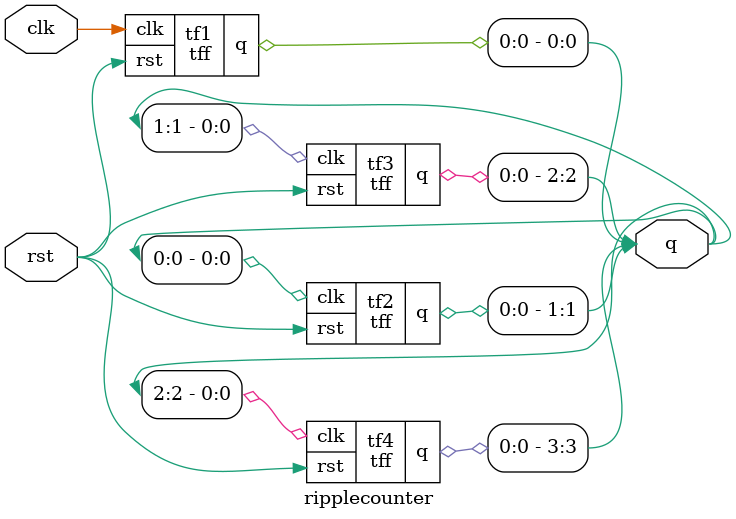
<source format=v>

module dff(q,d,clk,rst);
  input d,clk,rst;
  output q;
  reg q; // store the output value
  always @(posedge clk or posedge rst)
   begin
    if(rst) 
    q=1'b0;
    else 
    q=d;
   end
endmodule

//T FLip Flop Design
module tff(q,clk,rst);
   input clk,rst;
  output q;
  wire d;
  dff df1(q,d,clk,rst);
  not n1(d,q);
endmodule


// Asynchronous Counter/Ripple Counter Design 
module ripplecounter(clk,rst,q);
  input clk,rst;
  output [3:0]q;

  tff tf1(q[0],clk,rst);
  tff tf2(q[1],q[0],rst);
  tff tf3(q[2],q[1],rst);
  tff tf4(q[3],q[2],rst);
endmodule

</source>
